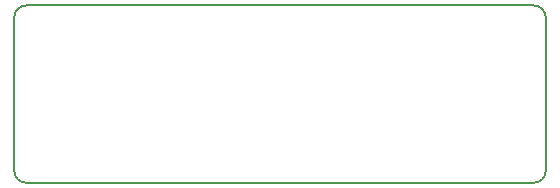
<source format=gm1>
G04 #@! TF.GenerationSoftware,KiCad,Pcbnew,(5.1.9)-1*
G04 #@! TF.CreationDate,2021-06-25T11:42:06+10:00*
G04 #@! TF.ProjectId,microBoSL,6d696372-6f42-46f5-934c-2e6b69636164,0.2.3*
G04 #@! TF.SameCoordinates,Original*
G04 #@! TF.FileFunction,Profile,NP*
%FSLAX46Y46*%
G04 Gerber Fmt 4.6, Leading zero omitted, Abs format (unit mm)*
G04 Created by KiCad (PCBNEW (5.1.9)-1) date 2021-06-25 11:42:06*
%MOMM*%
%LPD*%
G01*
G04 APERTURE LIST*
G04 #@! TA.AperFunction,Profile*
%ADD10C,0.150000*%
G04 #@! TD*
G04 APERTURE END LIST*
D10*
X145000000Y-116000000D02*
G75*
G02*
X144000000Y-117000000I-1000000J0D01*
G01*
X101000000Y-117000000D02*
G75*
G02*
X100000000Y-116000000I0J1000000D01*
G01*
X100000000Y-103000000D02*
G75*
G02*
X101000000Y-102000000I1000000J0D01*
G01*
X144000000Y-102000000D02*
G75*
G02*
X145000000Y-103000000I0J-1000000D01*
G01*
X144000000Y-102000000D02*
X101000000Y-102000000D01*
X145000000Y-116000000D02*
X145000000Y-103000000D01*
X101000000Y-117000000D02*
X144000000Y-117000000D01*
X100000000Y-103000000D02*
X100000000Y-116000000D01*
M02*

</source>
